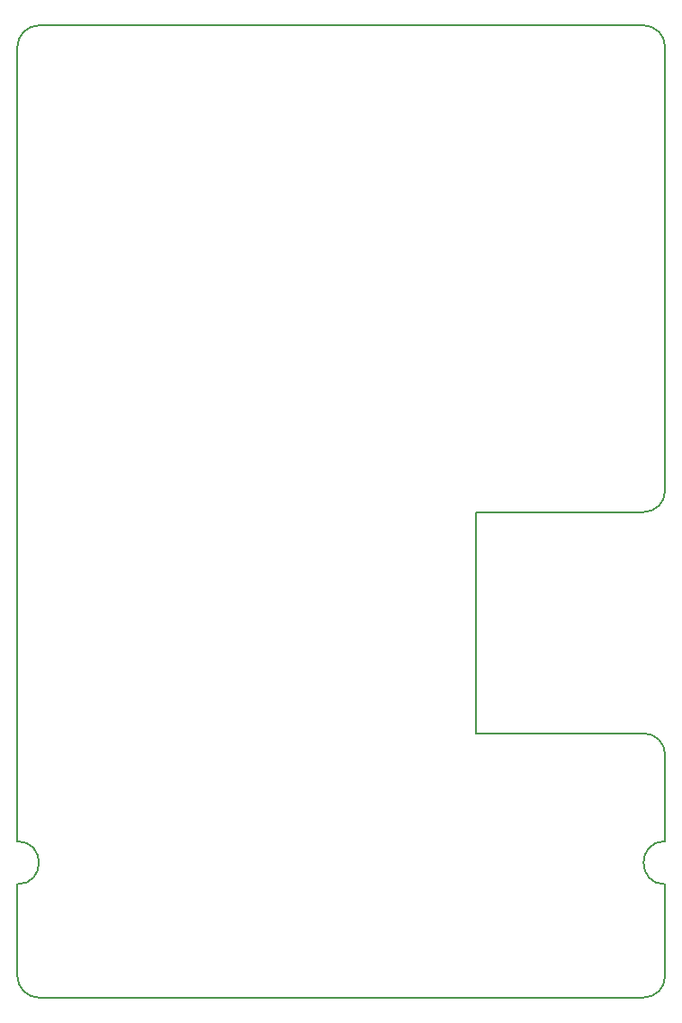
<source format=gbr>
G04 #@! TF.GenerationSoftware,KiCad,Pcbnew,(5.0.0)*
G04 #@! TF.CreationDate,2018-12-16T13:09:34-06:00*
G04 #@! TF.ProjectId,ShimbleBoard_Hardware,5368696D626C65426F6172645F486172,rev?*
G04 #@! TF.SameCoordinates,Original*
G04 #@! TF.FileFunction,Profile,NP*
%FSLAX46Y46*%
G04 Gerber Fmt 4.6, Leading zero omitted, Abs format (unit mm)*
G04 Created by KiCad (PCBNEW (5.0.0)) date 12/16/18 13:09:34*
%MOMM*%
%LPD*%
G01*
G04 APERTURE LIST*
%ADD10C,0.200000*%
G04 APERTURE END LIST*
D10*
X94996000Y-153416000D02*
G75*
G02X92964000Y-151384000I0J2032000D01*
G01*
X92964000Y-138684000D02*
X92964000Y-63881000D01*
X92964000Y-151384000D02*
X92964000Y-142748000D01*
X153924000Y-138684000D02*
X153924000Y-130556000D01*
X153924000Y-151384000D02*
X153924000Y-142748000D01*
X94996000Y-153416000D02*
X151892000Y-153416000D01*
X153924000Y-151384000D02*
G75*
G02X151892000Y-153416000I-2032000J0D01*
G01*
X92964000Y-138684000D02*
G75*
G02X92964000Y-142748000I0J-2032000D01*
G01*
X153924000Y-142748000D02*
G75*
G02X153924000Y-138684000I0J2032000D01*
G01*
X151892000Y-128524000D02*
G75*
G02X153924000Y-130556000I0J-2032000D01*
G01*
X136144000Y-128524000D02*
X151892000Y-128524000D01*
X136144000Y-107696000D02*
X136144000Y-128524000D01*
X151892000Y-107696000D02*
X136144000Y-107696000D01*
X153924000Y-105664000D02*
G75*
G02X151892000Y-107696000I-2032000J0D01*
G01*
X153924000Y-63881000D02*
X153924000Y-105664000D01*
X94996000Y-61849000D02*
X151892000Y-61849000D01*
X151892000Y-61849000D02*
G75*
G02X153924000Y-63881000I0J-2032000D01*
G01*
X92964000Y-63881000D02*
G75*
G02X94996000Y-61849000I2032000J0D01*
G01*
M02*

</source>
